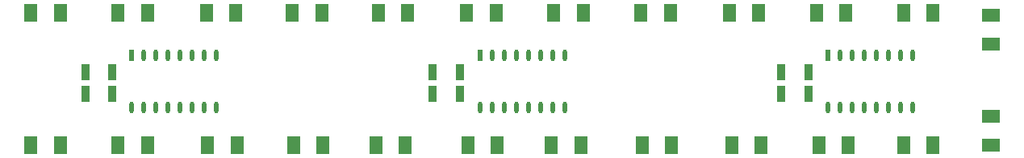
<source format=gbp>
%FSLAX44Y44*%
%MOMM*%
G71*
G01*
G75*
G04 Layer_Color=128*
%ADD10R,1.9000X1.3500*%
%ADD11C,0.2540*%
%ADD12C,1.7000*%
%ADD13C,0.9000*%
%ADD14R,1.5000X1.5000*%
%ADD15C,1.5000*%
%ADD16C,4.0000*%
%ADD17C,0.6000*%
%ADD18C,0.8000*%
%ADD19O,0.5000X1.2000*%
%ADD20R,0.5000X1.2000*%
%ADD21R,0.9500X1.7000*%
%ADD22R,1.3500X1.9000*%
%ADD23C,0.2000*%
%ADD24C,0.2032*%
%ADD25R,2.0524X1.5024*%
%ADD26C,1.8524*%
%ADD27C,1.0524*%
%ADD28R,1.6524X1.6524*%
%ADD29C,1.6524*%
%ADD30C,4.1524*%
%ADD31C,0.7524*%
%ADD32C,0.9524*%
%ADD33O,0.6524X1.3524*%
%ADD34R,0.6524X1.3524*%
%ADD35R,1.1024X1.8524*%
%ADD36R,1.5024X2.0524*%
D10*
X1062990Y268230D02*
D03*
Y237230D02*
D03*
Y130550D02*
D03*
Y161550D02*
D03*
D19*
X980440Y171020D02*
D03*
X967740D02*
D03*
X955040D02*
D03*
X942340D02*
D03*
X929640D02*
D03*
X916940D02*
D03*
X904240D02*
D03*
X891540D02*
D03*
X980440Y226020D02*
D03*
X967740D02*
D03*
X955040D02*
D03*
X942340D02*
D03*
X929640D02*
D03*
X916940D02*
D03*
X904240D02*
D03*
X539750D02*
D03*
X552450D02*
D03*
X565150D02*
D03*
X577850D02*
D03*
X590550D02*
D03*
X603250D02*
D03*
X615950D02*
D03*
X527050Y171020D02*
D03*
X539750D02*
D03*
X552450D02*
D03*
X565150D02*
D03*
X577850D02*
D03*
X590550D02*
D03*
X603250D02*
D03*
X615950D02*
D03*
X250190D02*
D03*
X237490D02*
D03*
X224790D02*
D03*
X212090D02*
D03*
X199390D02*
D03*
X186690D02*
D03*
X173990D02*
D03*
X161290D02*
D03*
X250190Y226020D02*
D03*
X237490D02*
D03*
X224790D02*
D03*
X212090D02*
D03*
X199390D02*
D03*
X186690D02*
D03*
X173990D02*
D03*
D20*
X891540D02*
D03*
X527050D02*
D03*
X161290D02*
D03*
D21*
X871250Y185420D02*
D03*
X843250D02*
D03*
X113000Y185420D02*
D03*
X141000D02*
D03*
X505490Y185420D02*
D03*
X477490D02*
D03*
X871250Y208280D02*
D03*
X843250D02*
D03*
X505490D02*
D03*
X477490D02*
D03*
X141000D02*
D03*
X113000D02*
D03*
D22*
X879850Y270510D02*
D03*
X910850D02*
D03*
X788410D02*
D03*
X819410D02*
D03*
X971290D02*
D03*
X1002290D02*
D03*
X790950Y130810D02*
D03*
X821950D02*
D03*
X882390D02*
D03*
X913390D02*
D03*
X971290D02*
D03*
X1002290D02*
D03*
X696970D02*
D03*
X727970D02*
D03*
X695700Y270510D02*
D03*
X726700D02*
D03*
X601720Y130810D02*
D03*
X632720D02*
D03*
X604260Y270510D02*
D03*
X635260D02*
D03*
X514090Y130810D02*
D03*
X545090D02*
D03*
X512820Y270510D02*
D03*
X543820D02*
D03*
X417570Y130810D02*
D03*
X448570D02*
D03*
X420110Y270510D02*
D03*
X451110D02*
D03*
X239770D02*
D03*
X270770D02*
D03*
X241040Y130810D02*
D03*
X272040D02*
D03*
X331210D02*
D03*
X362210D02*
D03*
X329940Y270510D02*
D03*
X360940D02*
D03*
X55620Y130810D02*
D03*
X86620D02*
D03*
X55620Y270510D02*
D03*
X86620D02*
D03*
X147060D02*
D03*
X178060D02*
D03*
X147060Y130810D02*
D03*
X178060D02*
D03*
M02*

</source>
